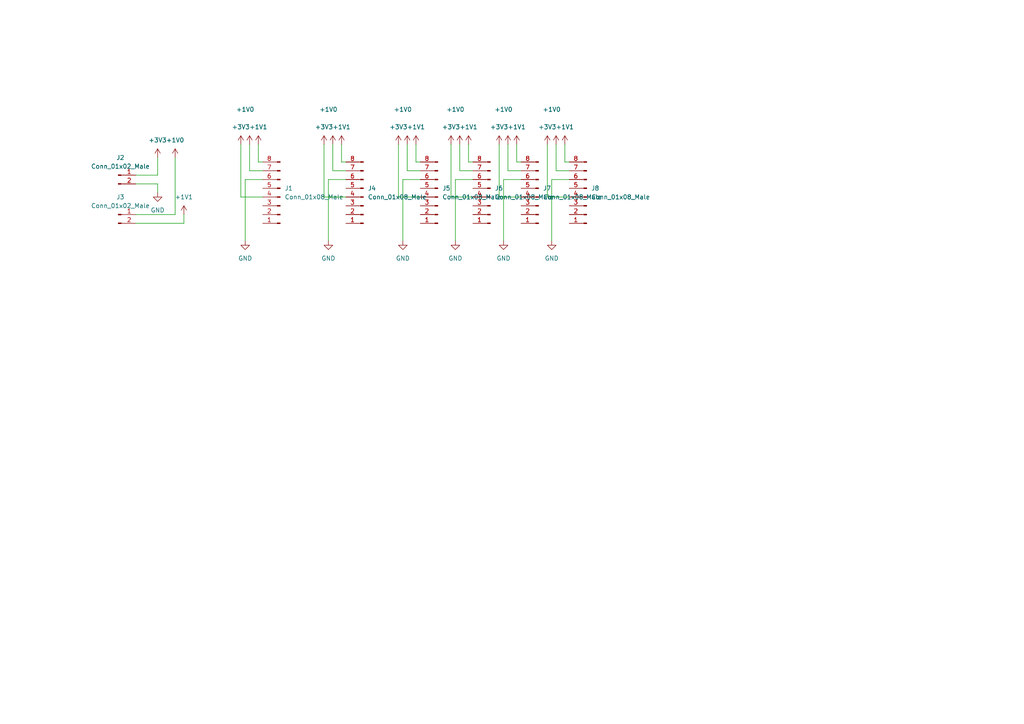
<source format=kicad_sch>
(kicad_sch (version 20211123) (generator eeschema)

  (uuid e63e39d7-6ac0-4ffd-8aa3-1841a4541b55)

  (paper "A4")

  (lib_symbols
    (symbol "Connector:Conn_01x02_Male" (pin_names (offset 1.016) hide) (in_bom yes) (on_board yes)
      (property "Reference" "J" (id 0) (at 0 2.54 0)
        (effects (font (size 1.27 1.27)))
      )
      (property "Value" "Conn_01x02_Male" (id 1) (at 0 -5.08 0)
        (effects (font (size 1.27 1.27)))
      )
      (property "Footprint" "" (id 2) (at 0 0 0)
        (effects (font (size 1.27 1.27)) hide)
      )
      (property "Datasheet" "~" (id 3) (at 0 0 0)
        (effects (font (size 1.27 1.27)) hide)
      )
      (property "ki_keywords" "connector" (id 4) (at 0 0 0)
        (effects (font (size 1.27 1.27)) hide)
      )
      (property "ki_description" "Generic connector, single row, 01x02, script generated (kicad-library-utils/schlib/autogen/connector/)" (id 5) (at 0 0 0)
        (effects (font (size 1.27 1.27)) hide)
      )
      (property "ki_fp_filters" "Connector*:*_1x??_*" (id 6) (at 0 0 0)
        (effects (font (size 1.27 1.27)) hide)
      )
      (symbol "Conn_01x02_Male_1_1"
        (polyline
          (pts
            (xy 1.27 -2.54)
            (xy 0.8636 -2.54)
          )
          (stroke (width 0.1524) (type default) (color 0 0 0 0))
          (fill (type none))
        )
        (polyline
          (pts
            (xy 1.27 0)
            (xy 0.8636 0)
          )
          (stroke (width 0.1524) (type default) (color 0 0 0 0))
          (fill (type none))
        )
        (rectangle (start 0.8636 -2.413) (end 0 -2.667)
          (stroke (width 0.1524) (type default) (color 0 0 0 0))
          (fill (type outline))
        )
        (rectangle (start 0.8636 0.127) (end 0 -0.127)
          (stroke (width 0.1524) (type default) (color 0 0 0 0))
          (fill (type outline))
        )
        (pin passive line (at 5.08 0 180) (length 3.81)
          (name "Pin_1" (effects (font (size 1.27 1.27))))
          (number "1" (effects (font (size 1.27 1.27))))
        )
        (pin passive line (at 5.08 -2.54 180) (length 3.81)
          (name "Pin_2" (effects (font (size 1.27 1.27))))
          (number "2" (effects (font (size 1.27 1.27))))
        )
      )
    )
    (symbol "Connector:Conn_01x08_Male" (pin_names (offset 1.016) hide) (in_bom yes) (on_board yes)
      (property "Reference" "J" (id 0) (at 0 10.16 0)
        (effects (font (size 1.27 1.27)))
      )
      (property "Value" "Conn_01x08_Male" (id 1) (at 0 -12.7 0)
        (effects (font (size 1.27 1.27)))
      )
      (property "Footprint" "" (id 2) (at 0 0 0)
        (effects (font (size 1.27 1.27)) hide)
      )
      (property "Datasheet" "~" (id 3) (at 0 0 0)
        (effects (font (size 1.27 1.27)) hide)
      )
      (property "ki_keywords" "connector" (id 4) (at 0 0 0)
        (effects (font (size 1.27 1.27)) hide)
      )
      (property "ki_description" "Generic connector, single row, 01x08, script generated (kicad-library-utils/schlib/autogen/connector/)" (id 5) (at 0 0 0)
        (effects (font (size 1.27 1.27)) hide)
      )
      (property "ki_fp_filters" "Connector*:*_1x??_*" (id 6) (at 0 0 0)
        (effects (font (size 1.27 1.27)) hide)
      )
      (symbol "Conn_01x08_Male_1_1"
        (polyline
          (pts
            (xy 1.27 -10.16)
            (xy 0.8636 -10.16)
          )
          (stroke (width 0.1524) (type default) (color 0 0 0 0))
          (fill (type none))
        )
        (polyline
          (pts
            (xy 1.27 -7.62)
            (xy 0.8636 -7.62)
          )
          (stroke (width 0.1524) (type default) (color 0 0 0 0))
          (fill (type none))
        )
        (polyline
          (pts
            (xy 1.27 -5.08)
            (xy 0.8636 -5.08)
          )
          (stroke (width 0.1524) (type default) (color 0 0 0 0))
          (fill (type none))
        )
        (polyline
          (pts
            (xy 1.27 -2.54)
            (xy 0.8636 -2.54)
          )
          (stroke (width 0.1524) (type default) (color 0 0 0 0))
          (fill (type none))
        )
        (polyline
          (pts
            (xy 1.27 0)
            (xy 0.8636 0)
          )
          (stroke (width 0.1524) (type default) (color 0 0 0 0))
          (fill (type none))
        )
        (polyline
          (pts
            (xy 1.27 2.54)
            (xy 0.8636 2.54)
          )
          (stroke (width 0.1524) (type default) (color 0 0 0 0))
          (fill (type none))
        )
        (polyline
          (pts
            (xy 1.27 5.08)
            (xy 0.8636 5.08)
          )
          (stroke (width 0.1524) (type default) (color 0 0 0 0))
          (fill (type none))
        )
        (polyline
          (pts
            (xy 1.27 7.62)
            (xy 0.8636 7.62)
          )
          (stroke (width 0.1524) (type default) (color 0 0 0 0))
          (fill (type none))
        )
        (rectangle (start 0.8636 -10.033) (end 0 -10.287)
          (stroke (width 0.1524) (type default) (color 0 0 0 0))
          (fill (type outline))
        )
        (rectangle (start 0.8636 -7.493) (end 0 -7.747)
          (stroke (width 0.1524) (type default) (color 0 0 0 0))
          (fill (type outline))
        )
        (rectangle (start 0.8636 -4.953) (end 0 -5.207)
          (stroke (width 0.1524) (type default) (color 0 0 0 0))
          (fill (type outline))
        )
        (rectangle (start 0.8636 -2.413) (end 0 -2.667)
          (stroke (width 0.1524) (type default) (color 0 0 0 0))
          (fill (type outline))
        )
        (rectangle (start 0.8636 0.127) (end 0 -0.127)
          (stroke (width 0.1524) (type default) (color 0 0 0 0))
          (fill (type outline))
        )
        (rectangle (start 0.8636 2.667) (end 0 2.413)
          (stroke (width 0.1524) (type default) (color 0 0 0 0))
          (fill (type outline))
        )
        (rectangle (start 0.8636 5.207) (end 0 4.953)
          (stroke (width 0.1524) (type default) (color 0 0 0 0))
          (fill (type outline))
        )
        (rectangle (start 0.8636 7.747) (end 0 7.493)
          (stroke (width 0.1524) (type default) (color 0 0 0 0))
          (fill (type outline))
        )
        (pin passive line (at 5.08 7.62 180) (length 3.81)
          (name "Pin_1" (effects (font (size 1.27 1.27))))
          (number "1" (effects (font (size 1.27 1.27))))
        )
        (pin passive line (at 5.08 5.08 180) (length 3.81)
          (name "Pin_2" (effects (font (size 1.27 1.27))))
          (number "2" (effects (font (size 1.27 1.27))))
        )
        (pin passive line (at 5.08 2.54 180) (length 3.81)
          (name "Pin_3" (effects (font (size 1.27 1.27))))
          (number "3" (effects (font (size 1.27 1.27))))
        )
        (pin passive line (at 5.08 0 180) (length 3.81)
          (name "Pin_4" (effects (font (size 1.27 1.27))))
          (number "4" (effects (font (size 1.27 1.27))))
        )
        (pin passive line (at 5.08 -2.54 180) (length 3.81)
          (name "Pin_5" (effects (font (size 1.27 1.27))))
          (number "5" (effects (font (size 1.27 1.27))))
        )
        (pin passive line (at 5.08 -5.08 180) (length 3.81)
          (name "Pin_6" (effects (font (size 1.27 1.27))))
          (number "6" (effects (font (size 1.27 1.27))))
        )
        (pin passive line (at 5.08 -7.62 180) (length 3.81)
          (name "Pin_7" (effects (font (size 1.27 1.27))))
          (number "7" (effects (font (size 1.27 1.27))))
        )
        (pin passive line (at 5.08 -10.16 180) (length 3.81)
          (name "Pin_8" (effects (font (size 1.27 1.27))))
          (number "8" (effects (font (size 1.27 1.27))))
        )
      )
    )
    (symbol "power:+1V0" (power) (pin_names (offset 0)) (in_bom yes) (on_board yes)
      (property "Reference" "#PWR" (id 0) (at 0 -3.81 0)
        (effects (font (size 1.27 1.27)) hide)
      )
      (property "Value" "+1V0" (id 1) (at 0 3.556 0)
        (effects (font (size 1.27 1.27)))
      )
      (property "Footprint" "" (id 2) (at 0 0 0)
        (effects (font (size 1.27 1.27)) hide)
      )
      (property "Datasheet" "" (id 3) (at 0 0 0)
        (effects (font (size 1.27 1.27)) hide)
      )
      (property "ki_keywords" "power-flag" (id 4) (at 0 0 0)
        (effects (font (size 1.27 1.27)) hide)
      )
      (property "ki_description" "Power symbol creates a global label with name \"+1V0\"" (id 5) (at 0 0 0)
        (effects (font (size 1.27 1.27)) hide)
      )
      (symbol "+1V0_0_1"
        (polyline
          (pts
            (xy -0.762 1.27)
            (xy 0 2.54)
          )
          (stroke (width 0) (type default) (color 0 0 0 0))
          (fill (type none))
        )
        (polyline
          (pts
            (xy 0 0)
            (xy 0 2.54)
          )
          (stroke (width 0) (type default) (color 0 0 0 0))
          (fill (type none))
        )
        (polyline
          (pts
            (xy 0 2.54)
            (xy 0.762 1.27)
          )
          (stroke (width 0) (type default) (color 0 0 0 0))
          (fill (type none))
        )
      )
      (symbol "+1V0_1_1"
        (pin power_in line (at 0 0 90) (length 0) hide
          (name "+1V0" (effects (font (size 1.27 1.27))))
          (number "1" (effects (font (size 1.27 1.27))))
        )
      )
    )
    (symbol "power:+1V1" (power) (pin_names (offset 0)) (in_bom yes) (on_board yes)
      (property "Reference" "#PWR" (id 0) (at 0 -3.81 0)
        (effects (font (size 1.27 1.27)) hide)
      )
      (property "Value" "+1V1" (id 1) (at 0 3.556 0)
        (effects (font (size 1.27 1.27)))
      )
      (property "Footprint" "" (id 2) (at 0 0 0)
        (effects (font (size 1.27 1.27)) hide)
      )
      (property "Datasheet" "" (id 3) (at 0 0 0)
        (effects (font (size 1.27 1.27)) hide)
      )
      (property "ki_keywords" "power-flag" (id 4) (at 0 0 0)
        (effects (font (size 1.27 1.27)) hide)
      )
      (property "ki_description" "Power symbol creates a global label with name \"+1V1\"" (id 5) (at 0 0 0)
        (effects (font (size 1.27 1.27)) hide)
      )
      (symbol "+1V1_0_1"
        (polyline
          (pts
            (xy -0.762 1.27)
            (xy 0 2.54)
          )
          (stroke (width 0) (type default) (color 0 0 0 0))
          (fill (type none))
        )
        (polyline
          (pts
            (xy 0 0)
            (xy 0 2.54)
          )
          (stroke (width 0) (type default) (color 0 0 0 0))
          (fill (type none))
        )
        (polyline
          (pts
            (xy 0 2.54)
            (xy 0.762 1.27)
          )
          (stroke (width 0) (type default) (color 0 0 0 0))
          (fill (type none))
        )
      )
      (symbol "+1V1_1_1"
        (pin power_in line (at 0 0 90) (length 0) hide
          (name "+1V1" (effects (font (size 1.27 1.27))))
          (number "1" (effects (font (size 1.27 1.27))))
        )
      )
    )
    (symbol "power:+3V3" (power) (pin_names (offset 0)) (in_bom yes) (on_board yes)
      (property "Reference" "#PWR" (id 0) (at 0 -3.81 0)
        (effects (font (size 1.27 1.27)) hide)
      )
      (property "Value" "+3V3" (id 1) (at 0 3.556 0)
        (effects (font (size 1.27 1.27)))
      )
      (property "Footprint" "" (id 2) (at 0 0 0)
        (effects (font (size 1.27 1.27)) hide)
      )
      (property "Datasheet" "" (id 3) (at 0 0 0)
        (effects (font (size 1.27 1.27)) hide)
      )
      (property "ki_keywords" "power-flag" (id 4) (at 0 0 0)
        (effects (font (size 1.27 1.27)) hide)
      )
      (property "ki_description" "Power symbol creates a global label with name \"+3V3\"" (id 5) (at 0 0 0)
        (effects (font (size 1.27 1.27)) hide)
      )
      (symbol "+3V3_0_1"
        (polyline
          (pts
            (xy -0.762 1.27)
            (xy 0 2.54)
          )
          (stroke (width 0) (type default) (color 0 0 0 0))
          (fill (type none))
        )
        (polyline
          (pts
            (xy 0 0)
            (xy 0 2.54)
          )
          (stroke (width 0) (type default) (color 0 0 0 0))
          (fill (type none))
        )
        (polyline
          (pts
            (xy 0 2.54)
            (xy 0.762 1.27)
          )
          (stroke (width 0) (type default) (color 0 0 0 0))
          (fill (type none))
        )
      )
      (symbol "+3V3_1_1"
        (pin power_in line (at 0 0 90) (length 0) hide
          (name "+3V3" (effects (font (size 1.27 1.27))))
          (number "1" (effects (font (size 1.27 1.27))))
        )
      )
    )
    (symbol "power:GND" (power) (pin_names (offset 0)) (in_bom yes) (on_board yes)
      (property "Reference" "#PWR" (id 0) (at 0 -6.35 0)
        (effects (font (size 1.27 1.27)) hide)
      )
      (property "Value" "GND" (id 1) (at 0 -3.81 0)
        (effects (font (size 1.27 1.27)))
      )
      (property "Footprint" "" (id 2) (at 0 0 0)
        (effects (font (size 1.27 1.27)) hide)
      )
      (property "Datasheet" "" (id 3) (at 0 0 0)
        (effects (font (size 1.27 1.27)) hide)
      )
      (property "ki_keywords" "power-flag" (id 4) (at 0 0 0)
        (effects (font (size 1.27 1.27)) hide)
      )
      (property "ki_description" "Power symbol creates a global label with name \"GND\" , ground" (id 5) (at 0 0 0)
        (effects (font (size 1.27 1.27)) hide)
      )
      (symbol "GND_0_1"
        (polyline
          (pts
            (xy 0 0)
            (xy 0 -1.27)
            (xy 1.27 -1.27)
            (xy 0 -2.54)
            (xy -1.27 -1.27)
            (xy 0 -1.27)
          )
          (stroke (width 0) (type default) (color 0 0 0 0))
          (fill (type none))
        )
      )
      (symbol "GND_1_1"
        (pin power_in line (at 0 0 270) (length 0) hide
          (name "GND" (effects (font (size 1.27 1.27))))
          (number "1" (effects (font (size 1.27 1.27))))
        )
      )
    )
  )


  (wire (pts (xy 74.93 41.91) (xy 74.93 46.99))
    (stroke (width 0) (type default) (color 0 0 0 0))
    (uuid 0079472d-614e-4bdb-a0b5-7bee54f2c5b9)
  )
  (wire (pts (xy 149.86 46.99) (xy 151.13 46.99))
    (stroke (width 0) (type default) (color 0 0 0 0))
    (uuid 0b70a2cb-cc44-4003-a119-11e90951b2c1)
  )
  (wire (pts (xy 50.8 62.23) (xy 39.37 62.23))
    (stroke (width 0) (type default) (color 0 0 0 0))
    (uuid 0edd74e8-bcb6-46f4-98cf-1bf381fe066e)
  )
  (wire (pts (xy 146.05 69.85) (xy 146.05 52.07))
    (stroke (width 0) (type default) (color 0 0 0 0))
    (uuid 154f8ea5-183b-46fc-9077-de9d2ad62780)
  )
  (wire (pts (xy 39.37 53.34) (xy 45.72 53.34))
    (stroke (width 0) (type default) (color 0 0 0 0))
    (uuid 1ac01d41-5333-424b-a64f-56266587579f)
  )
  (wire (pts (xy 116.84 69.85) (xy 116.84 52.07))
    (stroke (width 0) (type default) (color 0 0 0 0))
    (uuid 25cd3775-6653-48c8-9871-569434524244)
  )
  (wire (pts (xy 147.32 41.91) (xy 147.32 49.53))
    (stroke (width 0) (type default) (color 0 0 0 0))
    (uuid 3798541c-270d-4fe3-a335-671702705b4e)
  )
  (wire (pts (xy 132.08 69.85) (xy 132.08 52.07))
    (stroke (width 0) (type default) (color 0 0 0 0))
    (uuid 3a20fcf2-faab-43bb-8d09-6520700ba775)
  )
  (wire (pts (xy 45.72 53.34) (xy 45.72 55.88))
    (stroke (width 0) (type default) (color 0 0 0 0))
    (uuid 3a7a7f67-8a03-4c4f-8953-9b1acd1552ba)
  )
  (wire (pts (xy 71.12 52.07) (xy 76.2 52.07))
    (stroke (width 0) (type default) (color 0 0 0 0))
    (uuid 3b8babcd-05fc-439c-94a7-804eb4081043)
  )
  (wire (pts (xy 130.81 57.15) (xy 137.16 57.15))
    (stroke (width 0) (type default) (color 0 0 0 0))
    (uuid 3d9cdd90-9a44-44ee-a9ae-5ecec372b91c)
  )
  (wire (pts (xy 163.83 41.91) (xy 163.83 46.99))
    (stroke (width 0) (type default) (color 0 0 0 0))
    (uuid 41fdbfc8-874e-45f0-8195-646e90975b76)
  )
  (wire (pts (xy 132.08 52.07) (xy 137.16 52.07))
    (stroke (width 0) (type default) (color 0 0 0 0))
    (uuid 4574c575-89a7-41aa-b478-8e9a1b8a5e45)
  )
  (wire (pts (xy 120.65 46.99) (xy 121.92 46.99))
    (stroke (width 0) (type default) (color 0 0 0 0))
    (uuid 48973792-8360-48bb-968e-746c1610068b)
  )
  (wire (pts (xy 161.29 41.91) (xy 161.29 49.53))
    (stroke (width 0) (type default) (color 0 0 0 0))
    (uuid 49f0b581-b6b7-4f2a-83dc-0d887ae67b70)
  )
  (wire (pts (xy 118.11 41.91) (xy 118.11 49.53))
    (stroke (width 0) (type default) (color 0 0 0 0))
    (uuid 4e0337a0-b235-4cdc-87d9-045353bc56b2)
  )
  (wire (pts (xy 133.35 41.91) (xy 133.35 49.53))
    (stroke (width 0) (type default) (color 0 0 0 0))
    (uuid 52fc8ec8-1f1c-43db-bd0a-ad7a3fb81f1e)
  )
  (wire (pts (xy 74.93 46.99) (xy 76.2 46.99))
    (stroke (width 0) (type default) (color 0 0 0 0))
    (uuid 532692a2-1f07-4b6c-ab28-23b5aab96d1c)
  )
  (wire (pts (xy 146.05 52.07) (xy 151.13 52.07))
    (stroke (width 0) (type default) (color 0 0 0 0))
    (uuid 5d158517-eeee-4c76-b50f-461ee4f70296)
  )
  (wire (pts (xy 95.25 69.85) (xy 95.25 52.07))
    (stroke (width 0) (type default) (color 0 0 0 0))
    (uuid 5f4b8dff-fed0-4f80-9f9f-eac33332c4e7)
  )
  (wire (pts (xy 149.86 41.91) (xy 149.86 46.99))
    (stroke (width 0) (type default) (color 0 0 0 0))
    (uuid 6484f51d-2f32-48f3-ad4e-82dd82949ed1)
  )
  (wire (pts (xy 53.34 64.77) (xy 53.34 62.23))
    (stroke (width 0) (type default) (color 0 0 0 0))
    (uuid 6ac1721f-8e16-4e14-bdbf-91f28d8d9d1e)
  )
  (wire (pts (xy 130.81 41.91) (xy 130.81 57.15))
    (stroke (width 0) (type default) (color 0 0 0 0))
    (uuid 702ddf2b-1fe0-4d5e-996b-1c1b30f5903d)
  )
  (wire (pts (xy 72.39 41.91) (xy 72.39 49.53))
    (stroke (width 0) (type default) (color 0 0 0 0))
    (uuid 7b4c7bff-dd9f-409d-90bb-a3c8ca48d251)
  )
  (wire (pts (xy 99.06 46.99) (xy 100.33 46.99))
    (stroke (width 0) (type default) (color 0 0 0 0))
    (uuid 7f295dc3-1c21-49c9-bb1d-1d1e0f631077)
  )
  (wire (pts (xy 135.89 46.99) (xy 137.16 46.99))
    (stroke (width 0) (type default) (color 0 0 0 0))
    (uuid 80c1b27e-cc1e-4b06-9502-3a35066477f4)
  )
  (wire (pts (xy 39.37 64.77) (xy 53.34 64.77))
    (stroke (width 0) (type default) (color 0 0 0 0))
    (uuid 864d1d50-3ac5-433b-aa5b-d94f03780455)
  )
  (wire (pts (xy 115.57 57.15) (xy 121.92 57.15))
    (stroke (width 0) (type default) (color 0 0 0 0))
    (uuid 913db253-4574-4d66-b51a-21bd084733bd)
  )
  (wire (pts (xy 135.89 41.91) (xy 135.89 46.99))
    (stroke (width 0) (type default) (color 0 0 0 0))
    (uuid 9164fae5-f965-496d-9a66-e4542daf944a)
  )
  (wire (pts (xy 158.75 57.15) (xy 165.1 57.15))
    (stroke (width 0) (type default) (color 0 0 0 0))
    (uuid 93a9f6fd-3fcb-4bb1-be93-c059734a1b7f)
  )
  (wire (pts (xy 99.06 41.91) (xy 99.06 46.99))
    (stroke (width 0) (type default) (color 0 0 0 0))
    (uuid 98576b27-23d4-4da0-80fc-b8cae9e1cd39)
  )
  (wire (pts (xy 144.78 41.91) (xy 144.78 57.15))
    (stroke (width 0) (type default) (color 0 0 0 0))
    (uuid a19cf7c2-0e14-4a94-b7dd-9f2ed533cec5)
  )
  (wire (pts (xy 163.83 46.99) (xy 165.1 46.99))
    (stroke (width 0) (type default) (color 0 0 0 0))
    (uuid a5a774fb-90ab-4fb7-ba72-e97a92472021)
  )
  (wire (pts (xy 144.78 57.15) (xy 151.13 57.15))
    (stroke (width 0) (type default) (color 0 0 0 0))
    (uuid a7bd2aef-7b5d-4b62-a6cf-0429a97d9f8e)
  )
  (wire (pts (xy 133.35 49.53) (xy 137.16 49.53))
    (stroke (width 0) (type default) (color 0 0 0 0))
    (uuid b1893fbe-3572-4c00-a69f-aa9080f3eb22)
  )
  (wire (pts (xy 116.84 52.07) (xy 121.92 52.07))
    (stroke (width 0) (type default) (color 0 0 0 0))
    (uuid b4154f75-933d-415d-aebc-9c1e1296dbb1)
  )
  (wire (pts (xy 147.32 49.53) (xy 151.13 49.53))
    (stroke (width 0) (type default) (color 0 0 0 0))
    (uuid bdcca1d3-ce8a-4b01-bf9f-2df8dbc34afa)
  )
  (wire (pts (xy 95.25 52.07) (xy 100.33 52.07))
    (stroke (width 0) (type default) (color 0 0 0 0))
    (uuid beb7cfaa-e18e-47c5-83b8-f034fce8b10c)
  )
  (wire (pts (xy 93.98 57.15) (xy 100.33 57.15))
    (stroke (width 0) (type default) (color 0 0 0 0))
    (uuid c14d2374-6611-4020-8790-a385ddc2371b)
  )
  (wire (pts (xy 115.57 41.91) (xy 115.57 57.15))
    (stroke (width 0) (type default) (color 0 0 0 0))
    (uuid c20005ff-e2e6-4180-8869-17741d645568)
  )
  (wire (pts (xy 158.75 41.91) (xy 158.75 57.15))
    (stroke (width 0) (type default) (color 0 0 0 0))
    (uuid c6941ae6-b51d-47c2-88e3-4cbec92f6839)
  )
  (wire (pts (xy 71.12 69.85) (xy 71.12 52.07))
    (stroke (width 0) (type default) (color 0 0 0 0))
    (uuid cebc5479-0323-43d3-85a4-2a94908fbd2c)
  )
  (wire (pts (xy 39.37 50.8) (xy 45.72 50.8))
    (stroke (width 0) (type default) (color 0 0 0 0))
    (uuid cf36c3a7-5570-42aa-ad69-aa763712171e)
  )
  (wire (pts (xy 50.8 45.72) (xy 50.8 62.23))
    (stroke (width 0) (type default) (color 0 0 0 0))
    (uuid cf991990-8885-499f-9602-f631a931cba4)
  )
  (wire (pts (xy 160.02 69.85) (xy 160.02 52.07))
    (stroke (width 0) (type default) (color 0 0 0 0))
    (uuid d1deb87d-2ad7-4563-8eaf-5f4abcffd4da)
  )
  (wire (pts (xy 69.85 57.15) (xy 76.2 57.15))
    (stroke (width 0) (type default) (color 0 0 0 0))
    (uuid d74ac4aa-7446-4819-a14f-3eee127fbec2)
  )
  (wire (pts (xy 160.02 52.07) (xy 165.1 52.07))
    (stroke (width 0) (type default) (color 0 0 0 0))
    (uuid d9aa047b-fd72-4089-8b2a-20240d3b12de)
  )
  (wire (pts (xy 161.29 49.53) (xy 165.1 49.53))
    (stroke (width 0) (type default) (color 0 0 0 0))
    (uuid d9b382d2-79e7-4434-af1a-9d2b07dac9bb)
  )
  (wire (pts (xy 93.98 41.91) (xy 93.98 57.15))
    (stroke (width 0) (type default) (color 0 0 0 0))
    (uuid ddca799b-957b-4d1e-af0d-2d68f41e54ba)
  )
  (wire (pts (xy 96.52 41.91) (xy 96.52 49.53))
    (stroke (width 0) (type default) (color 0 0 0 0))
    (uuid dead29e0-d244-4882-bd75-344c64f0ed25)
  )
  (wire (pts (xy 69.85 41.91) (xy 69.85 57.15))
    (stroke (width 0) (type default) (color 0 0 0 0))
    (uuid e2699b5a-27d1-4511-b00c-11a2700a2bd1)
  )
  (wire (pts (xy 45.72 50.8) (xy 45.72 45.72))
    (stroke (width 0) (type default) (color 0 0 0 0))
    (uuid ed03764c-eab9-48a1-8eab-6fbe52370284)
  )
  (wire (pts (xy 120.65 41.91) (xy 120.65 46.99))
    (stroke (width 0) (type default) (color 0 0 0 0))
    (uuid f31a6106-7847-4a7b-b812-7baf5de6d153)
  )
  (wire (pts (xy 118.11 49.53) (xy 121.92 49.53))
    (stroke (width 0) (type default) (color 0 0 0 0))
    (uuid fd397377-df52-4f13-9959-0056b4d77b01)
  )
  (wire (pts (xy 96.52 49.53) (xy 100.33 49.53))
    (stroke (width 0) (type default) (color 0 0 0 0))
    (uuid fdfb822a-0be9-4fd8-b361-a7899867f40d)
  )
  (wire (pts (xy 72.39 49.53) (xy 76.2 49.53))
    (stroke (width 0) (type default) (color 0 0 0 0))
    (uuid ff6e63c8-ef47-4667-a7c8-adabf862f5e2)
  )

  (symbol (lib_id "Connector:Conn_01x08_Male") (at 81.28 57.15 180) (unit 1)
    (in_bom yes) (on_board yes) (fields_autoplaced)
    (uuid 00998133-040c-430d-a99c-198ab8e5e94e)
    (property "Reference" "J1" (id 0) (at 82.55 54.6099 0)
      (effects (font (size 1.27 1.27)) (justify right))
    )
    (property "Value" "Conn_01x08_Male" (id 1) (at 82.55 57.1499 0)
      (effects (font (size 1.27 1.27)) (justify right))
    )
    (property "Footprint" "footprints:microSD_pinspacing" (id 2) (at 81.28 57.15 0)
      (effects (font (size 1.27 1.27)) hide)
    )
    (property "Datasheet" "~" (id 3) (at 81.28 57.15 0)
      (effects (font (size 1.27 1.27)) hide)
    )
    (pin "1" (uuid 86874613-da0e-4d11-b0f6-8dc3bd697195))
    (pin "2" (uuid 73d0c0b1-b60e-41d1-886f-6caa9db74c80))
    (pin "3" (uuid 15ef8bdf-e7ab-4917-9c1a-3a2d07d983a8))
    (pin "4" (uuid d7fc2012-fd51-402a-8416-ab7daed74810))
    (pin "5" (uuid 84761c03-e57c-4191-9ebd-da887cc40532))
    (pin "6" (uuid b17392e5-641f-41ab-8c53-6a55e76bd05c))
    (pin "7" (uuid a01f1719-b82b-40a1-b26d-24dfff753123))
    (pin "8" (uuid bdf0cc18-9128-4f3b-bd06-a5cdd45acd49))
  )

  (symbol (lib_id "power:+3V3") (at 93.98 41.91 0) (unit 1)
    (in_bom yes) (on_board yes) (fields_autoplaced)
    (uuid 02b3661e-b560-4e29-8fd7-20a57800f5dc)
    (property "Reference" "#PWR0111" (id 0) (at 93.98 45.72 0)
      (effects (font (size 1.27 1.27)) hide)
    )
    (property "Value" "+3V3" (id 1) (at 93.98 36.83 0))
    (property "Footprint" "" (id 2) (at 93.98 41.91 0)
      (effects (font (size 1.27 1.27)) hide)
    )
    (property "Datasheet" "" (id 3) (at 93.98 41.91 0)
      (effects (font (size 1.27 1.27)) hide)
    )
    (pin "1" (uuid 88c7945e-cec3-40d0-b105-3941378045bb))
  )

  (symbol (lib_id "power:+3V3") (at 69.85 41.91 0) (unit 1)
    (in_bom yes) (on_board yes) (fields_autoplaced)
    (uuid 04a3d632-96f6-4e38-b52d-6f9f0dd0d4c9)
    (property "Reference" "#PWR0102" (id 0) (at 69.85 45.72 0)
      (effects (font (size 1.27 1.27)) hide)
    )
    (property "Value" "+3V3" (id 1) (at 69.85 36.83 0))
    (property "Footprint" "" (id 2) (at 69.85 41.91 0)
      (effects (font (size 1.27 1.27)) hide)
    )
    (property "Datasheet" "" (id 3) (at 69.85 41.91 0)
      (effects (font (size 1.27 1.27)) hide)
    )
    (pin "1" (uuid 5bf97c1d-4868-4456-bbd3-72e5fdd68c5e))
  )

  (symbol (lib_id "power:+1V0") (at 133.35 41.91 0) (unit 1)
    (in_bom yes) (on_board yes)
    (uuid 0be69347-cac2-4e01-92b3-7513241ce65c)
    (property "Reference" "#PWR0116" (id 0) (at 133.35 45.72 0)
      (effects (font (size 1.27 1.27)) hide)
    )
    (property "Value" "+1V0" (id 1) (at 132.08 31.75 0))
    (property "Footprint" "" (id 2) (at 133.35 41.91 0)
      (effects (font (size 1.27 1.27)) hide)
    )
    (property "Datasheet" "" (id 3) (at 133.35 41.91 0)
      (effects (font (size 1.27 1.27)) hide)
    )
    (pin "1" (uuid 1d2ba443-7f19-42fa-a19e-585a12e6d298))
  )

  (symbol (lib_id "power:GND") (at 71.12 69.85 0) (unit 1)
    (in_bom yes) (on_board yes) (fields_autoplaced)
    (uuid 10a63b36-10de-4fd6-ac0a-d7122d4481a2)
    (property "Reference" "#PWR0101" (id 0) (at 71.12 76.2 0)
      (effects (font (size 1.27 1.27)) hide)
    )
    (property "Value" "GND" (id 1) (at 71.12 74.93 0))
    (property "Footprint" "" (id 2) (at 71.12 69.85 0)
      (effects (font (size 1.27 1.27)) hide)
    )
    (property "Datasheet" "" (id 3) (at 71.12 69.85 0)
      (effects (font (size 1.27 1.27)) hide)
    )
    (pin "1" (uuid a12fb5f2-1847-4cac-86dd-cc51cdb28687))
  )

  (symbol (lib_id "power:GND") (at 132.08 69.85 0) (unit 1)
    (in_bom yes) (on_board yes) (fields_autoplaced)
    (uuid 18fad583-1735-46a9-bf5a-f8b546d86d10)
    (property "Reference" "#PWR0119" (id 0) (at 132.08 76.2 0)
      (effects (font (size 1.27 1.27)) hide)
    )
    (property "Value" "GND" (id 1) (at 132.08 74.93 0))
    (property "Footprint" "" (id 2) (at 132.08 69.85 0)
      (effects (font (size 1.27 1.27)) hide)
    )
    (property "Datasheet" "" (id 3) (at 132.08 69.85 0)
      (effects (font (size 1.27 1.27)) hide)
    )
    (pin "1" (uuid 29b82495-f49d-4adb-ba2e-defcee71cad3))
  )

  (symbol (lib_id "power:GND") (at 95.25 69.85 0) (unit 1)
    (in_bom yes) (on_board yes) (fields_autoplaced)
    (uuid 1cd82d2b-d3a6-4794-a633-e96ea2bb658e)
    (property "Reference" "#PWR0108" (id 0) (at 95.25 76.2 0)
      (effects (font (size 1.27 1.27)) hide)
    )
    (property "Value" "GND" (id 1) (at 95.25 74.93 0))
    (property "Footprint" "" (id 2) (at 95.25 69.85 0)
      (effects (font (size 1.27 1.27)) hide)
    )
    (property "Datasheet" "" (id 3) (at 95.25 69.85 0)
      (effects (font (size 1.27 1.27)) hide)
    )
    (pin "1" (uuid cd9726c0-d76b-4d8e-8c24-99ecd42c6635))
  )

  (symbol (lib_id "Connector:Conn_01x08_Male") (at 142.24 57.15 180) (unit 1)
    (in_bom yes) (on_board yes) (fields_autoplaced)
    (uuid 23dc6608-56bf-4669-934d-68af9d8b4eda)
    (property "Reference" "J6" (id 0) (at 143.51 54.6099 0)
      (effects (font (size 1.27 1.27)) (justify right))
    )
    (property "Value" "Conn_01x08_Male" (id 1) (at 143.51 57.1499 0)
      (effects (font (size 1.27 1.27)) (justify right))
    )
    (property "Footprint" "footprints:microSD_pinspacing" (id 2) (at 142.24 57.15 0)
      (effects (font (size 1.27 1.27)) hide)
    )
    (property "Datasheet" "~" (id 3) (at 142.24 57.15 0)
      (effects (font (size 1.27 1.27)) hide)
    )
    (pin "1" (uuid b726ff7e-eee2-45c8-b08e-66c845697886))
    (pin "2" (uuid 87024ba1-84be-4d1b-a2c0-f2a0013a840e))
    (pin "3" (uuid cef25ea9-e008-4b73-8229-7769cec94b3f))
    (pin "4" (uuid 34d0cae0-308b-45e2-8a7c-1d594965afc3))
    (pin "5" (uuid 2ce73462-d591-4d42-9b68-0dfdb9886397))
    (pin "6" (uuid 2a4a6236-56c2-45ff-ad92-4c6c28b91f02))
    (pin "7" (uuid 6f3105dd-4290-47bf-bed2-bca08f9f07fb))
    (pin "8" (uuid 0c762556-4e85-40d4-8be7-e677af464ab9))
  )

  (symbol (lib_id "power:+1V1") (at 135.89 41.91 0) (unit 1)
    (in_bom yes) (on_board yes) (fields_autoplaced)
    (uuid 26229a53-b4ec-4fee-a791-ce10797d8947)
    (property "Reference" "#PWR0121" (id 0) (at 135.89 45.72 0)
      (effects (font (size 1.27 1.27)) hide)
    )
    (property "Value" "+1V1" (id 1) (at 135.89 36.83 0))
    (property "Footprint" "" (id 2) (at 135.89 41.91 0)
      (effects (font (size 1.27 1.27)) hide)
    )
    (property "Datasheet" "" (id 3) (at 135.89 41.91 0)
      (effects (font (size 1.27 1.27)) hide)
    )
    (pin "1" (uuid 9e25d0c3-1773-4885-932b-3dd30ea62709))
  )

  (symbol (lib_id "power:+3V3") (at 144.78 41.91 0) (unit 1)
    (in_bom yes) (on_board yes) (fields_autoplaced)
    (uuid 288ac1a0-9217-4bc3-abd2-8e4f9a4bc52c)
    (property "Reference" "#PWR0122" (id 0) (at 144.78 45.72 0)
      (effects (font (size 1.27 1.27)) hide)
    )
    (property "Value" "+3V3" (id 1) (at 144.78 36.83 0))
    (property "Footprint" "" (id 2) (at 144.78 41.91 0)
      (effects (font (size 1.27 1.27)) hide)
    )
    (property "Datasheet" "" (id 3) (at 144.78 41.91 0)
      (effects (font (size 1.27 1.27)) hide)
    )
    (pin "1" (uuid 3d5fa937-57cf-4398-93b1-340888d106bb))
  )

  (symbol (lib_id "Connector:Conn_01x08_Male") (at 105.41 57.15 180) (unit 1)
    (in_bom yes) (on_board yes) (fields_autoplaced)
    (uuid 2f9f2c52-f068-4f7f-97c0-02a4f4df5c68)
    (property "Reference" "J4" (id 0) (at 106.68 54.6099 0)
      (effects (font (size 1.27 1.27)) (justify right))
    )
    (property "Value" "Conn_01x08_Male" (id 1) (at 106.68 57.1499 0)
      (effects (font (size 1.27 1.27)) (justify right))
    )
    (property "Footprint" "footprints:microSD_pinspacing" (id 2) (at 105.41 57.15 0)
      (effects (font (size 1.27 1.27)) hide)
    )
    (property "Datasheet" "~" (id 3) (at 105.41 57.15 0)
      (effects (font (size 1.27 1.27)) hide)
    )
    (pin "1" (uuid 3c97ad16-315c-488e-abb3-466eec651c8a))
    (pin "2" (uuid 3a71d258-c64d-4ccc-98b1-e127de932883))
    (pin "3" (uuid e5945030-8d3a-4371-8a33-e4ac63c55f89))
    (pin "4" (uuid 8af46afb-19b9-4d70-9bd3-4c8abad641b6))
    (pin "5" (uuid d808c615-2ae4-4d4c-ac90-26ee345c9f8b))
    (pin "6" (uuid 78eed453-e989-4495-ae4a-51cc2c7654ee))
    (pin "7" (uuid 3dcef457-22bf-4ff8-b418-6a337ba6fbae))
    (pin "8" (uuid 939f512f-718d-43aa-b025-07792140c312))
  )

  (symbol (lib_id "power:+1V1") (at 74.93 41.91 0) (unit 1)
    (in_bom yes) (on_board yes) (fields_autoplaced)
    (uuid 30c556df-49a7-4d80-99a2-948cd0466345)
    (property "Reference" "#PWR0107" (id 0) (at 74.93 45.72 0)
      (effects (font (size 1.27 1.27)) hide)
    )
    (property "Value" "+1V1" (id 1) (at 74.93 36.83 0))
    (property "Footprint" "" (id 2) (at 74.93 41.91 0)
      (effects (font (size 1.27 1.27)) hide)
    )
    (property "Datasheet" "" (id 3) (at 74.93 41.91 0)
      (effects (font (size 1.27 1.27)) hide)
    )
    (pin "1" (uuid d7ef5a2f-c4ee-4b8b-96d7-f2b222dd988c))
  )

  (symbol (lib_id "power:+1V0") (at 147.32 41.91 0) (unit 1)
    (in_bom yes) (on_board yes)
    (uuid 367c0250-8a2f-4fb9-a8c6-559e53bbc0b0)
    (property "Reference" "#PWR0123" (id 0) (at 147.32 45.72 0)
      (effects (font (size 1.27 1.27)) hide)
    )
    (property "Value" "+1V0" (id 1) (at 146.05 31.75 0))
    (property "Footprint" "" (id 2) (at 147.32 41.91 0)
      (effects (font (size 1.27 1.27)) hide)
    )
    (property "Datasheet" "" (id 3) (at 147.32 41.91 0)
      (effects (font (size 1.27 1.27)) hide)
    )
    (pin "1" (uuid 7292c86a-e098-47cd-9392-af0a5666b720))
  )

  (symbol (lib_id "power:+1V1") (at 149.86 41.91 0) (unit 1)
    (in_bom yes) (on_board yes) (fields_autoplaced)
    (uuid 40ca9678-bda1-41a2-8f3b-77a7d03f845e)
    (property "Reference" "#PWR0124" (id 0) (at 149.86 45.72 0)
      (effects (font (size 1.27 1.27)) hide)
    )
    (property "Value" "+1V1" (id 1) (at 149.86 36.83 0))
    (property "Footprint" "" (id 2) (at 149.86 41.91 0)
      (effects (font (size 1.27 1.27)) hide)
    )
    (property "Datasheet" "" (id 3) (at 149.86 41.91 0)
      (effects (font (size 1.27 1.27)) hide)
    )
    (pin "1" (uuid c8431635-edb6-4185-acd8-b2d81a29585e))
  )

  (symbol (lib_id "power:+1V1") (at 99.06 41.91 0) (unit 1)
    (in_bom yes) (on_board yes) (fields_autoplaced)
    (uuid 527fbb99-c4ee-4416-8e53-072053801025)
    (property "Reference" "#PWR0109" (id 0) (at 99.06 45.72 0)
      (effects (font (size 1.27 1.27)) hide)
    )
    (property "Value" "+1V1" (id 1) (at 99.06 36.83 0))
    (property "Footprint" "" (id 2) (at 99.06 41.91 0)
      (effects (font (size 1.27 1.27)) hide)
    )
    (property "Datasheet" "" (id 3) (at 99.06 41.91 0)
      (effects (font (size 1.27 1.27)) hide)
    )
    (pin "1" (uuid 74cd7f21-eccc-4136-b027-f1c30a6aee3a))
  )

  (symbol (lib_id "Connector:Conn_01x08_Male") (at 170.18 57.15 180) (unit 1)
    (in_bom yes) (on_board yes) (fields_autoplaced)
    (uuid 64377258-0cfc-4f61-928b-5db5cbd963f0)
    (property "Reference" "J8" (id 0) (at 171.45 54.6099 0)
      (effects (font (size 1.27 1.27)) (justify right))
    )
    (property "Value" "Conn_01x08_Male" (id 1) (at 171.45 57.1499 0)
      (effects (font (size 1.27 1.27)) (justify right))
    )
    (property "Footprint" "footprints:microSD_pinspacing" (id 2) (at 170.18 57.15 0)
      (effects (font (size 1.27 1.27)) hide)
    )
    (property "Datasheet" "~" (id 3) (at 170.18 57.15 0)
      (effects (font (size 1.27 1.27)) hide)
    )
    (pin "1" (uuid 2ca0c609-088e-4b74-b64e-c145dd61f5b0))
    (pin "2" (uuid 8a177a4b-d220-4f13-b04d-ce6517ff8a41))
    (pin "3" (uuid c54f3fe9-b65f-4782-8015-bb8db265c139))
    (pin "4" (uuid abde32b9-a64e-4792-9f5b-03d18a182ab2))
    (pin "5" (uuid 74c8c9e4-1427-46ec-a954-dff2d7c4348c))
    (pin "6" (uuid 3cbc5524-fc0a-46f7-9e63-5261f3bcd6ad))
    (pin "7" (uuid 9698fc08-cdf1-4fc7-9d57-c3a6d32193ad))
    (pin "8" (uuid 397fe221-b63c-4a51-aaef-a5ee5bab321d))
  )

  (symbol (lib_id "Connector:Conn_01x02_Male") (at 34.29 62.23 0) (unit 1)
    (in_bom yes) (on_board yes) (fields_autoplaced)
    (uuid 6bf65612-9105-4a45-9617-ac490c84e007)
    (property "Reference" "J3" (id 0) (at 34.925 57.15 0))
    (property "Value" "Conn_01x02_Male" (id 1) (at 34.925 59.69 0))
    (property "Footprint" "Connector_PinHeader_2.54mm:PinHeader_1x02_P2.54mm_Vertical" (id 2) (at 34.29 62.23 0)
      (effects (font (size 1.27 1.27)) hide)
    )
    (property "Datasheet" "~" (id 3) (at 34.29 62.23 0)
      (effects (font (size 1.27 1.27)) hide)
    )
    (pin "1" (uuid 059db832-7ac2-4e7c-bf2a-981266147e12))
    (pin "2" (uuid 99c90756-4e83-4d30-bec3-1127032ef4e7))
  )

  (symbol (lib_id "power:+3V3") (at 130.81 41.91 0) (unit 1)
    (in_bom yes) (on_board yes) (fields_autoplaced)
    (uuid 7b951260-6f66-472b-b940-60a624f43802)
    (property "Reference" "#PWR0117" (id 0) (at 130.81 45.72 0)
      (effects (font (size 1.27 1.27)) hide)
    )
    (property "Value" "+3V3" (id 1) (at 130.81 36.83 0))
    (property "Footprint" "" (id 2) (at 130.81 41.91 0)
      (effects (font (size 1.27 1.27)) hide)
    )
    (property "Datasheet" "" (id 3) (at 130.81 41.91 0)
      (effects (font (size 1.27 1.27)) hide)
    )
    (pin "1" (uuid 571c0778-16c1-48dc-82f9-1a91358e55a5))
  )

  (symbol (lib_id "power:+3V3") (at 158.75 41.91 0) (unit 1)
    (in_bom yes) (on_board yes) (fields_autoplaced)
    (uuid 7c579a15-38fc-4fba-ad9b-e2c997b3688a)
    (property "Reference" "#PWR0126" (id 0) (at 158.75 45.72 0)
      (effects (font (size 1.27 1.27)) hide)
    )
    (property "Value" "+3V3" (id 1) (at 158.75 36.83 0))
    (property "Footprint" "" (id 2) (at 158.75 41.91 0)
      (effects (font (size 1.27 1.27)) hide)
    )
    (property "Datasheet" "" (id 3) (at 158.75 41.91 0)
      (effects (font (size 1.27 1.27)) hide)
    )
    (pin "1" (uuid c6b75007-9416-4b3e-8309-4963af9df467))
  )

  (symbol (lib_id "Connector:Conn_01x02_Male") (at 34.29 50.8 0) (unit 1)
    (in_bom yes) (on_board yes) (fields_autoplaced)
    (uuid 92240c4b-d193-4a65-bdca-85bb63e64291)
    (property "Reference" "J2" (id 0) (at 34.925 45.72 0))
    (property "Value" "Conn_01x02_Male" (id 1) (at 34.925 48.26 0))
    (property "Footprint" "Connector_PinHeader_2.54mm:PinHeader_1x02_P2.54mm_Vertical" (id 2) (at 34.29 50.8 0)
      (effects (font (size 1.27 1.27)) hide)
    )
    (property "Datasheet" "~" (id 3) (at 34.29 50.8 0)
      (effects (font (size 1.27 1.27)) hide)
    )
    (pin "1" (uuid 66ce2b09-3129-4dff-8ea6-57688f5dd12a))
    (pin "2" (uuid 6a4cf501-5f09-48f8-9818-c3c57f5fcb5a))
  )

  (symbol (lib_id "power:+1V1") (at 163.83 41.91 0) (unit 1)
    (in_bom yes) (on_board yes) (fields_autoplaced)
    (uuid 9a30829a-e795-4990-8f53-7fa07c1033a8)
    (property "Reference" "#PWR0125" (id 0) (at 163.83 45.72 0)
      (effects (font (size 1.27 1.27)) hide)
    )
    (property "Value" "+1V1" (id 1) (at 163.83 36.83 0))
    (property "Footprint" "" (id 2) (at 163.83 41.91 0)
      (effects (font (size 1.27 1.27)) hide)
    )
    (property "Datasheet" "" (id 3) (at 163.83 41.91 0)
      (effects (font (size 1.27 1.27)) hide)
    )
    (pin "1" (uuid 4314a106-7fec-4cd4-bcb5-fa7575c735c6))
  )

  (symbol (lib_id "power:+3V3") (at 115.57 41.91 0) (unit 1)
    (in_bom yes) (on_board yes) (fields_autoplaced)
    (uuid a1433041-13b5-4d2c-b0b5-7bbbd1660d5c)
    (property "Reference" "#PWR0113" (id 0) (at 115.57 45.72 0)
      (effects (font (size 1.27 1.27)) hide)
    )
    (property "Value" "+3V3" (id 1) (at 115.57 36.83 0))
    (property "Footprint" "" (id 2) (at 115.57 41.91 0)
      (effects (font (size 1.27 1.27)) hide)
    )
    (property "Datasheet" "" (id 3) (at 115.57 41.91 0)
      (effects (font (size 1.27 1.27)) hide)
    )
    (pin "1" (uuid c1f9e59a-d4eb-4cb0-b27b-4d02ac9893cb))
  )

  (symbol (lib_id "power:+1V0") (at 72.39 41.91 0) (unit 1)
    (in_bom yes) (on_board yes)
    (uuid ad742ae6-b2cc-4eba-a0ad-ce2832444b74)
    (property "Reference" "#PWR0103" (id 0) (at 72.39 45.72 0)
      (effects (font (size 1.27 1.27)) hide)
    )
    (property "Value" "+1V0" (id 1) (at 71.12 31.75 0))
    (property "Footprint" "" (id 2) (at 72.39 41.91 0)
      (effects (font (size 1.27 1.27)) hide)
    )
    (property "Datasheet" "" (id 3) (at 72.39 41.91 0)
      (effects (font (size 1.27 1.27)) hide)
    )
    (pin "1" (uuid 2bacb43d-62b3-4efc-aad8-67258cd909a1))
  )

  (symbol (lib_id "power:GND") (at 160.02 69.85 0) (unit 1)
    (in_bom yes) (on_board yes) (fields_autoplaced)
    (uuid aeaada5f-b6a0-43f5-a076-7db3a973c7e2)
    (property "Reference" "#PWR0128" (id 0) (at 160.02 76.2 0)
      (effects (font (size 1.27 1.27)) hide)
    )
    (property "Value" "GND" (id 1) (at 160.02 74.93 0))
    (property "Footprint" "" (id 2) (at 160.02 69.85 0)
      (effects (font (size 1.27 1.27)) hide)
    )
    (property "Datasheet" "" (id 3) (at 160.02 69.85 0)
      (effects (font (size 1.27 1.27)) hide)
    )
    (pin "1" (uuid 05136ec1-dedb-47fe-af2e-227640bb27e1))
  )

  (symbol (lib_id "power:+3V3") (at 45.72 45.72 0) (unit 1)
    (in_bom yes) (on_board yes) (fields_autoplaced)
    (uuid c43e74f2-58de-4a89-9322-91ad88d8fbbc)
    (property "Reference" "#PWR0105" (id 0) (at 45.72 49.53 0)
      (effects (font (size 1.27 1.27)) hide)
    )
    (property "Value" "+3V3" (id 1) (at 45.72 40.64 0))
    (property "Footprint" "" (id 2) (at 45.72 45.72 0)
      (effects (font (size 1.27 1.27)) hide)
    )
    (property "Datasheet" "" (id 3) (at 45.72 45.72 0)
      (effects (font (size 1.27 1.27)) hide)
    )
    (pin "1" (uuid 35d8da78-55eb-4c47-a86c-fab9d4b26e1c))
  )

  (symbol (lib_id "Connector:Conn_01x08_Male") (at 127 57.15 180) (unit 1)
    (in_bom yes) (on_board yes) (fields_autoplaced)
    (uuid c7bfb389-ee13-476d-a6eb-502e10154a3e)
    (property "Reference" "J5" (id 0) (at 128.27 54.6099 0)
      (effects (font (size 1.27 1.27)) (justify right))
    )
    (property "Value" "Conn_01x08_Male" (id 1) (at 128.27 57.1499 0)
      (effects (font (size 1.27 1.27)) (justify right))
    )
    (property "Footprint" "footprints:microSD_pinspacing" (id 2) (at 127 57.15 0)
      (effects (font (size 1.27 1.27)) hide)
    )
    (property "Datasheet" "~" (id 3) (at 127 57.15 0)
      (effects (font (size 1.27 1.27)) hide)
    )
    (pin "1" (uuid f42206ce-0927-428d-b74c-b28311db8296))
    (pin "2" (uuid b66b6b22-782b-4cbe-adcf-9618802e7558))
    (pin "3" (uuid 0982370a-7927-43c7-964c-0df8a125c22e))
    (pin "4" (uuid f5d418a9-5066-4276-9f1d-5880a8f1e0bf))
    (pin "5" (uuid 5a650b3c-e4e4-45dc-83f2-7ddd83f689ce))
    (pin "6" (uuid 71c0d5a6-8134-4a6c-b606-e1f3dcaa2133))
    (pin "7" (uuid c23cd8f3-2950-4437-9691-c8d016af62c8))
    (pin "8" (uuid 0becc3ad-bcf2-48be-8b68-92ee66e4b181))
  )

  (symbol (lib_id "power:GND") (at 146.05 69.85 0) (unit 1)
    (in_bom yes) (on_board yes) (fields_autoplaced)
    (uuid cb958e1c-a39a-4acc-88d3-c9f1eefdabc6)
    (property "Reference" "#PWR0120" (id 0) (at 146.05 76.2 0)
      (effects (font (size 1.27 1.27)) hide)
    )
    (property "Value" "GND" (id 1) (at 146.05 74.93 0))
    (property "Footprint" "" (id 2) (at 146.05 69.85 0)
      (effects (font (size 1.27 1.27)) hide)
    )
    (property "Datasheet" "" (id 3) (at 146.05 69.85 0)
      (effects (font (size 1.27 1.27)) hide)
    )
    (pin "1" (uuid 80b4b48b-f45d-4c28-b82b-d145f56b93a5))
  )

  (symbol (lib_id "Connector:Conn_01x08_Male") (at 156.21 57.15 180) (unit 1)
    (in_bom yes) (on_board yes) (fields_autoplaced)
    (uuid d2fa7073-1df5-41b2-bd57-ee8f440bfc37)
    (property "Reference" "J7" (id 0) (at 157.48 54.6099 0)
      (effects (font (size 1.27 1.27)) (justify right))
    )
    (property "Value" "Conn_01x08_Male" (id 1) (at 157.48 57.1499 0)
      (effects (font (size 1.27 1.27)) (justify right))
    )
    (property "Footprint" "footprints:microSD_pinspacing" (id 2) (at 156.21 57.15 0)
      (effects (font (size 1.27 1.27)) hide)
    )
    (property "Datasheet" "~" (id 3) (at 156.21 57.15 0)
      (effects (font (size 1.27 1.27)) hide)
    )
    (pin "1" (uuid 0f84589a-a9b4-4c2b-91b5-4240937e8ae7))
    (pin "2" (uuid 98398aaa-8f96-4964-b9fd-1bf8c8a0a5a0))
    (pin "3" (uuid ad02cc6f-f8de-445d-afee-5ad2a8d2ece9))
    (pin "4" (uuid 2d7ca2aa-d2c1-419a-bcb6-37fa4a1ea787))
    (pin "5" (uuid 120d0088-6a46-4d7f-8ef8-1ee57cd28fe5))
    (pin "6" (uuid a7af82bd-d18e-430c-a2aa-d3456269103f))
    (pin "7" (uuid 7fb5a750-9709-41a4-91ff-e0c343dfbde3))
    (pin "8" (uuid 74dfefec-afa8-4adf-bb0b-bd54830a4fe0))
  )

  (symbol (lib_id "power:+1V0") (at 50.8 45.72 0) (unit 1)
    (in_bom yes) (on_board yes) (fields_autoplaced)
    (uuid d4ddefdd-9d23-446a-a382-73af100be9ac)
    (property "Reference" "#PWR0106" (id 0) (at 50.8 49.53 0)
      (effects (font (size 1.27 1.27)) hide)
    )
    (property "Value" "+1V0" (id 1) (at 50.8 40.64 0))
    (property "Footprint" "" (id 2) (at 50.8 45.72 0)
      (effects (font (size 1.27 1.27)) hide)
    )
    (property "Datasheet" "" (id 3) (at 50.8 45.72 0)
      (effects (font (size 1.27 1.27)) hide)
    )
    (pin "1" (uuid afb84689-b44d-4738-9745-57e63e1905b3))
  )

  (symbol (lib_id "power:GND") (at 116.84 69.85 0) (unit 1)
    (in_bom yes) (on_board yes) (fields_autoplaced)
    (uuid db9da9a9-8d4a-4d29-ac62-46725b11f6f2)
    (property "Reference" "#PWR0118" (id 0) (at 116.84 76.2 0)
      (effects (font (size 1.27 1.27)) hide)
    )
    (property "Value" "GND" (id 1) (at 116.84 74.93 0))
    (property "Footprint" "" (id 2) (at 116.84 69.85 0)
      (effects (font (size 1.27 1.27)) hide)
    )
    (property "Datasheet" "" (id 3) (at 116.84 69.85 0)
      (effects (font (size 1.27 1.27)) hide)
    )
    (pin "1" (uuid cbf50c2e-c581-4099-b9fd-a2c8844e8a4b))
  )

  (symbol (lib_id "power:+1V1") (at 120.65 41.91 0) (unit 1)
    (in_bom yes) (on_board yes) (fields_autoplaced)
    (uuid e313e7e5-a839-4a53-88d5-412bd10ce46c)
    (property "Reference" "#PWR0115" (id 0) (at 120.65 45.72 0)
      (effects (font (size 1.27 1.27)) hide)
    )
    (property "Value" "+1V1" (id 1) (at 120.65 36.83 0))
    (property "Footprint" "" (id 2) (at 120.65 41.91 0)
      (effects (font (size 1.27 1.27)) hide)
    )
    (property "Datasheet" "" (id 3) (at 120.65 41.91 0)
      (effects (font (size 1.27 1.27)) hide)
    )
    (pin "1" (uuid 4a6379b6-c0e5-4e09-bd10-4ac2f911577d))
  )

  (symbol (lib_id "power:+1V0") (at 118.11 41.91 0) (unit 1)
    (in_bom yes) (on_board yes)
    (uuid f250a122-2c37-4b05-b678-5841289cc02a)
    (property "Reference" "#PWR0114" (id 0) (at 118.11 45.72 0)
      (effects (font (size 1.27 1.27)) hide)
    )
    (property "Value" "+1V0" (id 1) (at 116.84 31.75 0))
    (property "Footprint" "" (id 2) (at 118.11 41.91 0)
      (effects (font (size 1.27 1.27)) hide)
    )
    (property "Datasheet" "" (id 3) (at 118.11 41.91 0)
      (effects (font (size 1.27 1.27)) hide)
    )
    (pin "1" (uuid a83459a9-95e7-4e33-b83c-6f91d0fc8f8f))
  )

  (symbol (lib_id "power:GND") (at 45.72 55.88 0) (unit 1)
    (in_bom yes) (on_board yes) (fields_autoplaced)
    (uuid f62b4683-b080-418d-8043-1463bdac2d0b)
    (property "Reference" "#PWR0104" (id 0) (at 45.72 62.23 0)
      (effects (font (size 1.27 1.27)) hide)
    )
    (property "Value" "GND" (id 1) (at 45.72 60.96 0))
    (property "Footprint" "" (id 2) (at 45.72 55.88 0)
      (effects (font (size 1.27 1.27)) hide)
    )
    (property "Datasheet" "" (id 3) (at 45.72 55.88 0)
      (effects (font (size 1.27 1.27)) hide)
    )
    (pin "1" (uuid 48329ded-7ac3-4955-b816-0d8701d74af3))
  )

  (symbol (lib_id "power:+1V0") (at 96.52 41.91 0) (unit 1)
    (in_bom yes) (on_board yes)
    (uuid f68a33f5-f41b-41f9-a9ab-e45a8f56b9f7)
    (property "Reference" "#PWR0110" (id 0) (at 96.52 45.72 0)
      (effects (font (size 1.27 1.27)) hide)
    )
    (property "Value" "+1V0" (id 1) (at 95.25 31.75 0))
    (property "Footprint" "" (id 2) (at 96.52 41.91 0)
      (effects (font (size 1.27 1.27)) hide)
    )
    (property "Datasheet" "" (id 3) (at 96.52 41.91 0)
      (effects (font (size 1.27 1.27)) hide)
    )
    (pin "1" (uuid 161ec2e8-6d72-45b4-9551-58644f9ac558))
  )

  (symbol (lib_id "power:+1V1") (at 53.34 62.23 0) (unit 1)
    (in_bom yes) (on_board yes) (fields_autoplaced)
    (uuid fb2db95a-b3ab-46ee-8e44-f4f8e1411c3a)
    (property "Reference" "#PWR0112" (id 0) (at 53.34 66.04 0)
      (effects (font (size 1.27 1.27)) hide)
    )
    (property "Value" "+1V1" (id 1) (at 53.34 57.15 0))
    (property "Footprint" "" (id 2) (at 53.34 62.23 0)
      (effects (font (size 1.27 1.27)) hide)
    )
    (property "Datasheet" "" (id 3) (at 53.34 62.23 0)
      (effects (font (size 1.27 1.27)) hide)
    )
    (pin "1" (uuid 9b8604c6-25a9-4a51-b792-035420403c55))
  )

  (symbol (lib_id "power:+1V0") (at 161.29 41.91 0) (unit 1)
    (in_bom yes) (on_board yes)
    (uuid fe483485-acb6-4422-8afc-be9b2f24966f)
    (property "Reference" "#PWR0127" (id 0) (at 161.29 45.72 0)
      (effects (font (size 1.27 1.27)) hide)
    )
    (property "Value" "+1V0" (id 1) (at 160.02 31.75 0))
    (property "Footprint" "" (id 2) (at 161.29 41.91 0)
      (effects (font (size 1.27 1.27)) hide)
    )
    (property "Datasheet" "" (id 3) (at 161.29 41.91 0)
      (effects (font (size 1.27 1.27)) hide)
    )
    (pin "1" (uuid 3502fd19-084e-4c70-ac89-cc0767d2b19f))
  )

  (sheet_instances
    (path "/" (page "1"))
  )

  (symbol_instances
    (path "/10a63b36-10de-4fd6-ac0a-d7122d4481a2"
      (reference "#PWR0101") (unit 1) (value "GND") (footprint "")
    )
    (path "/04a3d632-96f6-4e38-b52d-6f9f0dd0d4c9"
      (reference "#PWR0102") (unit 1) (value "+3V3") (footprint "")
    )
    (path "/ad742ae6-b2cc-4eba-a0ad-ce2832444b74"
      (reference "#PWR0103") (unit 1) (value "+1V0") (footprint "")
    )
    (path "/f62b4683-b080-418d-8043-1463bdac2d0b"
      (reference "#PWR0104") (unit 1) (value "GND") (footprint "")
    )
    (path "/c43e74f2-58de-4a89-9322-91ad88d8fbbc"
      (reference "#PWR0105") (unit 1) (value "+3V3") (footprint "")
    )
    (path "/d4ddefdd-9d23-446a-a382-73af100be9ac"
      (reference "#PWR0106") (unit 1) (value "+1V0") (footprint "")
    )
    (path "/30c556df-49a7-4d80-99a2-948cd0466345"
      (reference "#PWR0107") (unit 1) (value "+1V1") (footprint "")
    )
    (path "/1cd82d2b-d3a6-4794-a633-e96ea2bb658e"
      (reference "#PWR0108") (unit 1) (value "GND") (footprint "")
    )
    (path "/527fbb99-c4ee-4416-8e53-072053801025"
      (reference "#PWR0109") (unit 1) (value "+1V1") (footprint "")
    )
    (path "/f68a33f5-f41b-41f9-a9ab-e45a8f56b9f7"
      (reference "#PWR0110") (unit 1) (value "+1V0") (footprint "")
    )
    (path "/02b3661e-b560-4e29-8fd7-20a57800f5dc"
      (reference "#PWR0111") (unit 1) (value "+3V3") (footprint "")
    )
    (path "/fb2db95a-b3ab-46ee-8e44-f4f8e1411c3a"
      (reference "#PWR0112") (unit 1) (value "+1V1") (footprint "")
    )
    (path "/a1433041-13b5-4d2c-b0b5-7bbbd1660d5c"
      (reference "#PWR0113") (unit 1) (value "+3V3") (footprint "")
    )
    (path "/f250a122-2c37-4b05-b678-5841289cc02a"
      (reference "#PWR0114") (unit 1) (value "+1V0") (footprint "")
    )
    (path "/e313e7e5-a839-4a53-88d5-412bd10ce46c"
      (reference "#PWR0115") (unit 1) (value "+1V1") (footprint "")
    )
    (path "/0be69347-cac2-4e01-92b3-7513241ce65c"
      (reference "#PWR0116") (unit 1) (value "+1V0") (footprint "")
    )
    (path "/7b951260-6f66-472b-b940-60a624f43802"
      (reference "#PWR0117") (unit 1) (value "+3V3") (footprint "")
    )
    (path "/db9da9a9-8d4a-4d29-ac62-46725b11f6f2"
      (reference "#PWR0118") (unit 1) (value "GND") (footprint "")
    )
    (path "/18fad583-1735-46a9-bf5a-f8b546d86d10"
      (reference "#PWR0119") (unit 1) (value "GND") (footprint "")
    )
    (path "/cb958e1c-a39a-4acc-88d3-c9f1eefdabc6"
      (reference "#PWR0120") (unit 1) (value "GND") (footprint "")
    )
    (path "/26229a53-b4ec-4fee-a791-ce10797d8947"
      (reference "#PWR0121") (unit 1) (value "+1V1") (footprint "")
    )
    (path "/288ac1a0-9217-4bc3-abd2-8e4f9a4bc52c"
      (reference "#PWR0122") (unit 1) (value "+3V3") (footprint "")
    )
    (path "/367c0250-8a2f-4fb9-a8c6-559e53bbc0b0"
      (reference "#PWR0123") (unit 1) (value "+1V0") (footprint "")
    )
    (path "/40ca9678-bda1-41a2-8f3b-77a7d03f845e"
      (reference "#PWR0124") (unit 1) (value "+1V1") (footprint "")
    )
    (path "/9a30829a-e795-4990-8f53-7fa07c1033a8"
      (reference "#PWR0125") (unit 1) (value "+1V1") (footprint "")
    )
    (path "/7c579a15-38fc-4fba-ad9b-e2c997b3688a"
      (reference "#PWR0126") (unit 1) (value "+3V3") (footprint "")
    )
    (path "/fe483485-acb6-4422-8afc-be9b2f24966f"
      (reference "#PWR0127") (unit 1) (value "+1V0") (footprint "")
    )
    (path "/aeaada5f-b6a0-43f5-a076-7db3a973c7e2"
      (reference "#PWR0128") (unit 1) (value "GND") (footprint "")
    )
    (path "/00998133-040c-430d-a99c-198ab8e5e94e"
      (reference "J1") (unit 1) (value "Conn_01x08_Male") (footprint "footprints:microSD_pinspacing")
    )
    (path "/92240c4b-d193-4a65-bdca-85bb63e64291"
      (reference "J2") (unit 1) (value "Conn_01x02_Male") (footprint "Connector_PinHeader_2.54mm:PinHeader_1x02_P2.54mm_Vertical")
    )
    (path "/6bf65612-9105-4a45-9617-ac490c84e007"
      (reference "J3") (unit 1) (value "Conn_01x02_Male") (footprint "Connector_PinHeader_2.54mm:PinHeader_1x02_P2.54mm_Vertical")
    )
    (path "/2f9f2c52-f068-4f7f-97c0-02a4f4df5c68"
      (reference "J4") (unit 1) (value "Conn_01x08_Male") (footprint "footprints:microSD_pinspacing")
    )
    (path "/c7bfb389-ee13-476d-a6eb-502e10154a3e"
      (reference "J5") (unit 1) (value "Conn_01x08_Male") (footprint "footprints:microSD_pinspacing")
    )
    (path "/23dc6608-56bf-4669-934d-68af9d8b4eda"
      (reference "J6") (unit 1) (value "Conn_01x08_Male") (footprint "footprints:microSD_pinspacing")
    )
    (path "/d2fa7073-1df5-41b2-bd57-ee8f440bfc37"
      (reference "J7") (unit 1) (value "Conn_01x08_Male") (footprint "footprints:microSD_pinspacing")
    )
    (path "/64377258-0cfc-4f61-928b-5db5cbd963f0"
      (reference "J8") (unit 1) (value "Conn_01x08_Male") (footprint "footprints:microSD_pinspacing")
    )
  )
)

</source>
